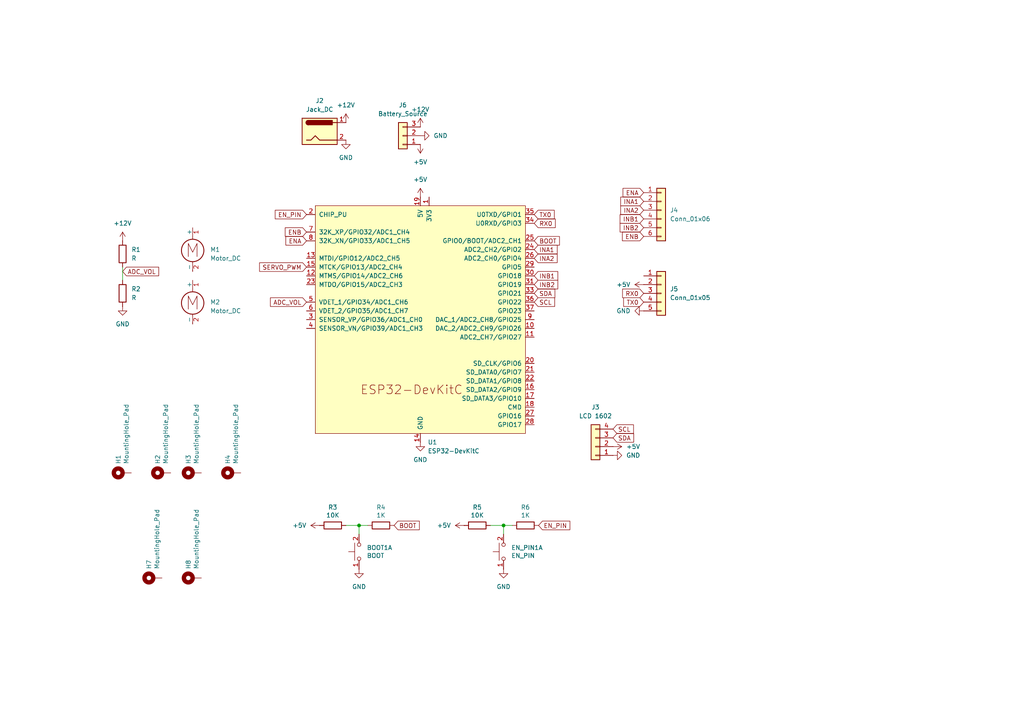
<source format=kicad_sch>
(kicad_sch (version 20250114) (generator "eeschema") (generator_version "9.0")
  (paper "A4")
  (lib_symbols
    (symbol "Connector:Barrel_Jack" (pin_names (offset 1.016))
      (property "Reference" "J" (at 0 5.334 0))
      (property "Value" "Barrel_Jack" (at 0 -5.08 0))
      (symbol "Barrel_Jack_0_1"
        (rectangle (start -5.08 3.81) (end 5.08 -3.81) (stroke (width 0.254)) (fill (type background)))
        (polyline (pts (xy -3.81 -2.54) (xy -2.54 -2.54) (xy -1.27 -1.27) (xy 0 -2.54) (xy 2.54 -2.54) (xy 5.08 -2.54)) (stroke (width 0.254)))
        (arc (start -3.302 1.905) (mid -3.9343 2.54) (end -3.302 3.175) (stroke (width 0.254)))
        (arc (start -3.302 1.905) (mid -3.9343 2.54) (end -3.302 3.175) (stroke (width 0.254)) (fill (type outline)))
        (rectangle (start 3.683 3.175) (end -3.302 1.905) (stroke (width 0.254)) (fill (type outline)))
        (polyline (pts (xy 5.08 2.54) (xy 3.81 2.54)) (stroke (width 0.254)))
      )
      (symbol "Barrel_Jack_1_1"
        (pin passive line (at 7.62 2.54 180) (length 2.54) (name "~") (number "1"))
        (pin passive line (at 7.62 -2.54 180) (length 2.54) (name "~") (number "2"))
      )
    )
    (symbol "Connector_Generic:Conn_01x03" (pin_names (offset 1.016) (hide yes))
      (property "Reference" "J" (at 0 5.08 0))
      (property "Value" "Conn_01x03" (at 0 -5.08 0))
      (symbol "Conn_01x03_1_1"
        (rectangle (start -1.27 3.81) (end 1.27 -3.81) (stroke (width 0.254)) (fill (type background)))
        (rectangle (start -1.27 2.667) (end 0 2.413) (stroke (width 0.1524)))
        (rectangle (start -1.27 0.127) (end 0 -0.127) (stroke (width 0.1524)))
        (rectangle (start -1.27 -2.413) (end 0 -2.667) (stroke (width 0.1524)))
        (pin passive line (at -5.08 2.54 0) (length 3.81) (name "Pin_1") (number "1"))
        (pin passive line (at -5.08 0 0) (length 3.81) (name "Pin_2") (number "2"))
        (pin passive line (at -5.08 -2.54 0) (length 3.81) (name "Pin_3") (number "3"))
      )
    )
    (symbol "Connector_Generic:Conn_01x04" (pin_names (offset 1.016) (hide yes))
      (property "Reference" "J" (at 0 5.08 0))
      (property "Value" "Conn_01x04" (at 0 -7.62 0))
      (symbol "Conn_01x04_1_1"
        (rectangle (start -1.27 3.81) (end 1.27 -6.35) (stroke (width 0.254)) (fill (type background)))
        (rectangle (start -1.27 2.667) (end 0 2.413) (stroke (width 0.1524)))
        (rectangle (start -1.27 0.127) (end 0 -0.127) (stroke (width 0.1524)))
        (rectangle (start -1.27 -2.413) (end 0 -2.667) (stroke (width 0.1524)))
        (rectangle (start -1.27 -4.953) (end 0 -5.207) (stroke (width 0.1524)))
        (pin passive line (at -5.08 2.54 0) (length 3.81) (name "Pin_1") (number "1"))
        (pin passive line (at -5.08 0 0) (length 3.81) (name "Pin_2") (number "2"))
        (pin passive line (at -5.08 -2.54 0) (length 3.81) (name "Pin_3") (number "3"))
        (pin passive line (at -5.08 -5.08 0) (length 3.81) (name "Pin_4") (number "4"))
      )
    )
    (symbol "Connector_Generic:Conn_01x05" (pin_names (offset 1.016) (hide yes))
      (property "Reference" "J" (at 0 7.62 0))
      (property "Value" "Conn_01x05" (at 0 -7.62 0))
      (symbol "Conn_01x05_1_1"
        (rectangle (start -1.27 6.35) (end 1.27 -6.35) (stroke (width 0.254)) (fill (type background)))
        (rectangle (start -1.27 5.207) (end 0 4.953) (stroke (width 0.1524)))
        (rectangle (start -1.27 2.667) (end 0 2.413) (stroke (width 0.1524)))
        (rectangle (start -1.27 0.127) (end 0 -0.127) (stroke (width 0.1524)))
        (rectangle (start -1.27 -2.413) (end 0 -2.667) (stroke (width 0.1524)))
        (rectangle (start -1.27 -4.953) (end 0 -5.207) (stroke (width 0.1524)))
        (pin passive line (at -5.08 5.08 0) (length 3.81) (name "Pin_1") (number "1"))
        (pin passive line (at -5.08 2.54 0) (length 3.81) (name "Pin_2") (number "2"))
        (pin passive line (at -5.08 0 0) (length 3.81) (name "Pin_3") (number "3"))
        (pin passive line (at -5.08 -2.54 0) (length 3.81) (name "Pin_4") (number "4"))
        (pin passive line (at -5.08 -5.08 0) (length 3.81) (name "Pin_5") (number "5"))
      )
    )
    (symbol "Connector_Generic:Conn_01x06" (pin_names (offset 1.016) (hide yes))
      (property "Reference" "J" (at 0 7.62 0))
      (property "Value" "Conn_01x06" (at 0 -10.16 0))
      (symbol "Conn_01x06_1_1"
        (rectangle (start -1.27 6.35) (end 1.27 -8.89) (stroke (width 0.254)) (fill (type background)))
        (rectangle (start -1.27 5.207) (end 0 4.953) (stroke (width 0.1524)))
        (rectangle (start -1.27 2.667) (end 0 2.413) (stroke (width 0.1524)))
        (rectangle (start -1.27 0.127) (end 0 -0.127) (stroke (width 0.1524)))
        (rectangle (start -1.27 -2.413) (end 0 -2.667) (stroke (width 0.1524)))
        (rectangle (start -1.27 -4.953) (end 0 -5.207) (stroke (width 0.1524)))
        (rectangle (start -1.27 -7.493) (end 0 -7.747) (stroke (width 0.1524)))
        (pin passive line (at -5.08 5.08 0) (length 3.81) (name "Pin_1") (number "1"))
        (pin passive line (at -5.08 2.54 0) (length 3.81) (name "Pin_2") (number "2"))
        (pin passive line (at -5.08 0 0) (length 3.81) (name "Pin_3") (number "3"))
        (pin passive line (at -5.08 -2.54 0) (length 3.81) (name "Pin_4") (number "4"))
        (pin passive line (at -5.08 -5.08 0) (length 3.81) (name "Pin_5") (number "5"))
        (pin passive line (at -5.08 -7.62 0) (length 3.81) (name "Pin_6") (number "6"))
      )
    )
    (symbol "Device:R" (pin_numbers (hide yes)) (pin_names (offset 0))
      (property "Reference" "R" (at 2.032 0 90))
      (property "Value" "R" (at 0 0 90))
      (symbol "R_0_1"
        (rectangle (start -1.016 -2.54) (end 1.016 2.54) (stroke (width 0.254)))
      )
      (symbol "R_1_1"
        (pin passive line (at 0 3.81 270) (length 1.27) (name "~") (number "1"))
        (pin passive line (at 0 -3.81 90) (length 1.27) (name "~") (number "2"))
      )
    )
    (symbol "ESP32:ESP32-DevKitC" (pin_names (offset 1.016))
      (property "Reference" "U" (at -30.48 38.1 0))
      (property "Value" "ESP32-DevKitC" (at -30.48 35.56 0))
      (symbol "ESP32-DevKitC_0_0"
        (text "ESP32-DevKitC" (at -2.54 -20.32 0) (effects (font (size 2.54 2.54))))
        (pin power_in line (at 0 35.56 270) (length 2.54) (name "5V") (number "19"))
        (pin power_in line (at 0 -35.56 90) (length 2.54) (name "GND") (number "14"))
      )
      (symbol "ESP32-DevKitC_0_1"
        (rectangle (start -30.48 33.02) (end 30.48 -33.02) (fill (type background)))
      )
      (symbol "ESP32-DevKitC_1_1"
        (pin input line (at -33.02 30.48 0) (length 2.54) (name "CHIP_PU") (number "2"))
        (pin bidirectional line (at -33.02 25.4 0) (length 2.54) (name "32K_XP/GPIO32/ADC1_CH4") (number "7"))
        (pin bidirectional line (at -33.02 22.86 0) (length 2.54) (name "32K_XN/GPIO33/ADC1_CH5") (number "8"))
        (pin bidirectional line (at -33.02 17.78 0) (length 2.54) (name "MTDI/GPIO12/ADC2_CH5") (number "13"))
        (pin bidirectional line (at -33.02 15.24 0) (length 2.54) (name "MTCK/GPIO13/ADC2_CH4") (number "15"))
        (pin bidirectional line (at -33.02 12.7 0) (length 2.54) (name "MTMS/GPIO14/ADC2_CH6") (number "12"))
        (pin bidirectional line (at -33.02 10.16 0) (length 2.54) (name "MTDO/GPIO15/ADC2_CH3") (number "23"))
        (pin input line (at -33.02 5.08 0) (length 2.54) (name "VDET_1/GPIO34/ADC1_CH6") (number "5"))
        (pin input line (at -33.02 2.54 0) (length 2.54) (name "VDET_2/GPIO35/ADC1_CH7") (number "6"))
        (pin input line (at -33.02 0 0) (length 2.54) (name "SENSOR_VP/GPIO36/ADC1_CH0") (number "3"))
        (pin input line (at -33.02 -2.54 0) (length 2.54) (name "SENSOR_VN/GPIO39/ADC1_CH3") (number "4"))
        (pin passive line (at 0 -35.56 90) (length 2.54) (hide yes) (name "GND") (number "32"))
        (pin passive line (at 0 -35.56 90) (length 2.54) (hide yes) (name "GND") (number "38"))
        (pin power_in line (at 2.54 35.56 270) (length 2.54) (name "3V3") (number "1"))
        (pin bidirectional line (at 33.02 30.48 180) (length 2.54) (name "U0TXD/GPIO1") (number "35"))
        (pin bidirectional line (at 33.02 27.94 180) (length 2.54) (name "U0RXD/GPIO3") (number "34"))
        (pin bidirectional line (at 33.02 22.86 180) (length 2.54) (name "GPIO0/BOOT/ADC2_CH1") (number "25"))
        (pin bidirectional line (at 33.02 20.32 180) (length 2.54) (name "ADC2_CH2/GPIO2") (number "24"))
        (pin bidirectional line (at 33.02 17.78 180) (length 2.54) (name "ADC2_CH0/GPIO4") (number "26"))
        (pin bidirectional line (at 33.02 15.24 180) (length 2.54) (name "GPIO5") (number "29"))
        (pin bidirectional line (at 33.02 12.7 180) (length 2.54) (name "GPIO18") (number "30"))
        (pin bidirectional line (at 33.02 10.16 180) (length 2.54) (name "GPIO19") (number "31"))
        (pin bidirectional line (at 33.02 7.62 180) (length 2.54) (name "GPIO21") (number "33"))
        (pin bidirectional line (at 33.02 5.08 180) (length 2.54) (name "GPIO22") (number "36"))
        (pin bidirectional line (at 33.02 2.54 180) (length 2.54) (name "GPIO23") (number "37"))
        (pin bidirectional line (at 33.02 0 180) (length 2.54) (name "DAC_1/ADC2_CH8/GPIO25") (number "9"))
        (pin bidirectional line (at 33.02 -2.54 180) (length 2.54) (name "DAC_2/ADC2_CH9/GPIO26") (number "10"))
        (pin bidirectional line (at 33.02 -5.08 180) (length 2.54) (name "ADC2_CH7/GPIO27") (number "11"))
        (pin bidirectional line (at 33.02 -12.7 180) (length 2.54) (name "SD_CLK/GPIO6") (number "20"))
        (pin bidirectional line (at 33.02 -15.24 180) (length 2.54) (name "SD_DATA0/GPIO7") (number "21"))
        (pin bidirectional line (at 33.02 -17.78 180) (length 2.54) (name "SD_DATA1/GPIO8") (number "22"))
        (pin bidirectional line (at 33.02 -20.32 180) (length 2.54) (name "SD_DATA2/GPIO9") (number "16"))
        (pin bidirectional line (at 33.02 -22.86 180) (length 2.54) (name "SD_DATA3/GPIO10") (number "17"))
        (pin bidirectional line (at 33.02 -25.4 180) (length 2.54) (name "CMD") (number "18"))
        (pin bidirectional line (at 33.02 -27.94 180) (length 2.54) (name "GPIO16") (number "27"))
        (pin bidirectional line (at 33.02 -30.48 180) (length 2.54) (name "GPIO17") (number "28"))
      )
    )
    (symbol "Mechanical:MountingHole_Pad" (pin_numbers (hide yes)) (pin_names (offset 1.016) (hide yes))
      (property "Reference" "H" (at 0 6.35 0))
      (property "Value" "MountingHole_Pad" (at 0 4.445 0))
      (symbol "MountingHole_Pad_0_1"
        (circle (center 0 1.27) (radius 1.27) (stroke (width 1.27)))
      )
      (symbol "MountingHole_Pad_1_1"
        (pin input line (at 0 -2.54 90) (length 2.54) (name "1") (number "1"))
      )
    )
    (symbol "Motor:Motor_DC" (pin_names (offset 0))
      (property "Reference" "M" (at 2.54 2.54 0))
      (property "Value" "Motor_DC" (at 2.54 -5.08 0))
      (symbol "Motor_DC_0_0"
        (polyline (pts (xy -1.27 -3.302) (xy -1.27 0.508) (xy 0 -2.032) (xy 1.27 0.508) (xy 1.27 -3.302)))
      )
      (symbol "Motor_DC_0_1"
        (polyline (pts (xy 0 2.032) (xy 0 2.54)))
        (polyline (pts (xy 0 1.7272) (xy 0 2.0828)))
        (circle (center 0 -1.524) (radius 3.2512) (stroke (width 0.254)))
        (polyline (pts (xy 0 -4.7752) (xy 0 -5.1816)))
        (polyline (pts (xy 0 -7.62) (xy 0 -7.112)))
      )
      (symbol "Motor_DC_1_1"
        (pin passive line (at 0 5.08 270) (length 2.54) (name "+") (number "1"))
        (pin passive line (at 0 -7.62 90) (length 2.54) (name "-") (number "2"))
      )
    )
    (symbol "Switch:SW_Push_Dual_x2" (pin_names (offset 1.016) (hide yes))
      (property "Reference" "SW" (at 1.27 2.54 0))
      (property "Value" "SW_Push_Dual_x2" (at 0 -1.524 0))
      (symbol "SW_Push_Dual_x2_0_1"
        (circle (center -2.032 0) (radius 0.508))
        (polyline (pts (xy 0 1.27) (xy 0 3.048)))
        (circle (center 2.032 0) (radius 0.508))
        (polyline (pts (xy 2.54 1.27) (xy -2.54 1.27)))
      )
      (symbol "SW_Push_Dual_x2_1_1"
        (pin passive line (at -5.08 0 0) (length 2.54) (name "C") (number "1"))
        (pin passive line (at 5.08 0 180) (length 2.54) (name "D") (number "2"))
      )
      (symbol "SW_Push_Dual_x2_2_1"
        (pin passive line (at -5.08 0 0) (length 2.54) (name "C") (number "3"))
        (pin passive line (at 5.08 0 180) (length 2.54) (name "D") (number "4"))
      )
    )
    (symbol "power:+12V" (power) (pin_numbers (hide yes)) (pin_names (offset 0) (hide yes))
      (property "Value" "+12V" (at 0 3.556 0))
      (symbol "+12V_0_1"
        (polyline (pts (xy -0.762 1.27) (xy 0 2.54)))
        (polyline (pts (xy 0 2.54) (xy 0.762 1.27)))
        (polyline (pts (xy 0 0) (xy 0 2.54)))
      )
      (symbol "+12V_1_1"
        (pin power_in line (at 0 0 90) (length 0) (name "~") (number "1"))
      )
    )
    (symbol "power:+5V" (power) (pin_numbers (hide yes)) (pin_names (offset 0) (hide yes))
      (property "Value" "+5V" (at 0 3.556 0))
      (symbol "+5V_0_1"
        (polyline (pts (xy -0.762 1.27) (xy 0 2.54)))
        (polyline (pts (xy 0 2.54) (xy 0.762 1.27)))
        (polyline (pts (xy 0 0) (xy 0 2.54)))
      )
      (symbol "+5V_1_1"
        (pin power_in line (at 0 0 90) (length 0) (name "~") (number "1"))
      )
    )
    (symbol "power:GND" (power) (pin_numbers (hide yes)) (pin_names (offset 0) (hide yes))
      (property "Value" "GND" (at 0 -3.81 0))
      (symbol "GND_0_1"
        (polyline (pts (xy 0 0) (xy 0 -1.27) (xy 1.27 -1.27) (xy 0 -2.54) (xy -1.27 -1.27) (xy 0 -1.27)))
      )
      (symbol "GND_1_1"
        (pin power_in line (at 0 0 270) (length 0) (name "~") (number "1"))
      )
    )
  )
  (junction (at 104.14 152.4))
  (junction (at 146.05 152.4))
  (wire (pts (xy 100.33 152.4) (xy 104.14 152.4)))
  (wire (pts (xy 35.56 77.47) (xy 35.56 81.28)))
  (wire (pts (xy 142.24 152.4) (xy 146.05 152.4)))
  (wire (pts (xy 146.05 152.4) (xy 146.05 154.94)))
  (wire (pts (xy 104.14 152.4) (xy 104.14 154.94)))
  (wire (pts (xy 146.05 152.4) (xy 148.59 152.4)))
  (wire (pts (xy 104.14 152.4) (xy 106.68 152.4)))
  (global_label "INB1" (shape input) (at 154.94 80.01 0) (property "Intersheetrefs" "${INTERSHEET_REFS}" (effects (hide yes))))
  (global_label "RX0" (shape input) (at 186.69 85.09 180) (property "Intersheetrefs" "${INTERSHEET_REFS}" (effects (hide yes))))
  (global_label "ENA" (shape input) (at 88.9 69.85 180) (property "Intersheetrefs" "${INTERSHEET_REFS}" (effects (hide yes))))
  (global_label "SCL" (shape input) (at 177.8 124.46 0) (property "Intersheetrefs" "${INTERSHEET_REFS}" (effects (hide yes))))
  (global_label "ENB" (shape input) (at 88.9 67.31 180) (property "Intersheetrefs" "${INTERSHEET_REFS}" (effects (hide yes))))
  (global_label "INA2" (shape input) (at 186.69 60.96 180) (property "Intersheetrefs" "${INTERSHEET_REFS}" (effects (hide yes))))
  (global_label "SDA" (shape input) (at 154.94 85.09 0) (property "Intersheetrefs" "${INTERSHEET_REFS}" (effects (hide yes))))
  (global_label "SDA" (shape input) (at 177.8 127 0) (property "Intersheetrefs" "${INTERSHEET_REFS}" (effects (hide yes))))
  (global_label "BOOT" (shape input) (at 154.94 69.85 0) (property "Intersheetrefs" "${INTERSHEET_REFS}" (effects (hide yes))))
  (global_label "ADC_VOL" (shape input) (at 88.9 87.63 180) (property "Intersheetrefs" "${INTERSHEET_REFS}" (effects (hide yes))))
  (global_label "INB2" (shape input) (at 154.94 82.55 0) (property "Intersheetrefs" "${INTERSHEET_REFS}" (effects (hide yes))))
  (global_label "EN_PIN" (shape input) (at 156.21 152.4 0) (property "Intersheetrefs" "${INTERSHEET_REFS}" (effects (hide yes))))
  (global_label "EN_PIN" (shape input) (at 88.9 62.23 180) (property "Intersheetrefs" "${INTERSHEET_REFS}" (effects (hide yes))))
  (global_label "BOOT" (shape input) (at 114.3 152.4 0) (property "Intersheetrefs" "${INTERSHEET_REFS}" (effects (hide yes))))
  (global_label "ENA" (shape input) (at 186.69 55.88 180) (property "Intersheetrefs" "${INTERSHEET_REFS}" (effects (hide yes))))
  (global_label "TX0" (shape input) (at 186.69 87.63 180) (property "Intersheetrefs" "${INTERSHEET_REFS}" (effects (hide yes))))
  (global_label "INB2" (shape input) (at 186.69 66.04 180) (property "Intersheetrefs" "${INTERSHEET_REFS}" (effects (hide yes))))
  (global_label "SCL" (shape input) (at 154.94 87.63 0) (property "Intersheetrefs" "${INTERSHEET_REFS}" (effects (hide yes))))
  (global_label "INA1" (shape input) (at 154.94 72.39 0) (property "Intersheetrefs" "${INTERSHEET_REFS}" (effects (hide yes))))
  (global_label "ADC_VOL" (shape input) (at 35.56 78.74 0) (property "Intersheetrefs" "${INTERSHEET_REFS}" (effects (hide yes))))
  (global_label "INB1" (shape input) (at 186.69 63.5 180) (property "Intersheetrefs" "${INTERSHEET_REFS}" (effects (hide yes))))
  (global_label "INA1" (shape input) (at 186.69 58.42 180) (property "Intersheetrefs" "${INTERSHEET_REFS}" (effects (hide yes))))
  (global_label "SERVO_PWM" (shape input) (at 88.9 77.47 180) (property "Intersheetrefs" "${INTERSHEET_REFS}" (effects (hide yes))))
  (global_label "INA2" (shape input) (at 154.94 74.93 0) (property "Intersheetrefs" "${INTERSHEET_REFS}" (effects (hide yes))))
  (global_label "RX0" (shape input) (at 154.94 64.77 0) (property "Intersheetrefs" "${INTERSHEET_REFS}" (effects (hide yes))))
  (global_label "TX0" (shape input) (at 154.94 62.23 0) (property "Intersheetrefs" "${INTERSHEET_REFS}" (effects (hide yes))))
  (global_label "ENB" (shape input) (at 186.69 68.58 180) (property "Intersheetrefs" "${INTERSHEET_REFS}" (effects (hide yes))))
  (symbol (lib_id "Mechanical:MountingHole_Pad") (at 35.56 137.16 90) (unit 1) (in_bom no)
    (property "Reference" "H1" (at 34.3154 134.62 0) (effects (justify left)))
    (property "Value" "MountingHole_Pad" (at 36.6268 134.62 0) (effects (justify left)))
    (property "Footprint" "MountingHole:MountingHole_3mm_Pad" (effects (hide yes)))
  )
  (symbol (lib_id "Mechanical:MountingHole_Pad") (at 46.99 137.16 90) (unit 1) (in_bom no)
    (property "Reference" "H2" (at 45.7454 134.62 0) (effects (justify left)))
    (property "Value" "MountingHole_Pad" (at 48.0568 134.62 0) (effects (justify left)))
    (property "Footprint" "MountingHole:MountingHole_3mm_Pad" (effects (hide yes)))
  )
  (symbol (lib_id "Mechanical:MountingHole_Pad") (at 55.88 137.16 90) (unit 1) (in_bom no)
    (property "Reference" "H3" (at 54.6354 134.62 0) (effects (justify left)))
    (property "Value" "MountingHole_Pad" (at 56.9468 134.62 0) (effects (justify left)))
    (property "Footprint" "MountingHole:MountingHole_3mm_Pad" (effects (hide yes)))
  )
  (symbol (lib_id "Mechanical:MountingHole_Pad") (at 67.31 137.16 90) (unit 1) (in_bom no)
    (property "Reference" "H4" (at 66.0654 134.62 0) (effects (justify left)))
    (property "Value" "MountingHole_Pad" (at 68.3768 134.62 0) (effects (justify left)))
    (property "Footprint" "MountingHole:MountingHole_3mm_Pad" (effects (hide yes)))
  )
  (symbol (lib_id "power:GND") (at 35.56 88.9 0) (unit 1)
    (property "Reference" "#PWR09" (effects (hide yes)))
    (property "Value" "GND" (at 35.56 93.98 0))
    (property "Description" "Power symbol creates a global label with name \"GND\" , ground" (effects (hide yes)))
  )
  (symbol (lib_id "power:+5V") (at 92.71 152.4 90) (unit 1)
    (property "Reference" "#PWR013" (effects (hide yes)))
    (property "Value" "+5V" (at 88.9 152.3999 90) (effects (justify left)))
    (property "Description" "Power symbol creates a global label with name \"+5V\"" (effects (hide yes)))
  )
  (symbol (lib_id "power:+5V") (at 121.92 41.91 180) (unit 1)
    (property "Reference" "#PWR05" (effects (hide yes)))
    (property "Value" "+5V" (at 121.92 46.99 0))
    (property "Description" "Power symbol creates a global label with name \"+5V\"" (effects (hide yes)))
  )
  (symbol (lib_id "power:GND") (at 146.05 165.1 0) (unit 1)
    (property "Reference" "#PWR017" (effects (hide yes)))
    (property "Value" "GND" (at 146.05 170.18 0))
    (property "Description" "Power symbol creates a global label with name \"GND\" , ground" (effects (hide yes)))
  )
  (symbol (lib_id "power:+5V") (at 134.62 152.4 90) (unit 1)
    (property "Reference" "#PWR016" (effects (hide yes)))
    (property "Value" "+5V" (at 130.81 152.3999 90) (effects (justify left)))
    (property "Description" "Power symbol creates a global label with name \"+5V\"" (effects (hide yes)))
  )
  (symbol (lib_id "power:GND") (at 186.69 90.17 270) (unit 1)
    (property "Reference" "#PWR015" (effects (hide yes)))
    (property "Value" "GND" (at 182.88 90.1699 90) (effects (justify right)))
    (property "Description" "Power symbol creates a global label with name \"GND\" , ground" (effects (hide yes)))
  )
  (symbol (lib_id "Mechanical:MountingHole_Pad") (at 55.88 167.64 90) (unit 1) (in_bom no)
    (property "Reference" "H8" (at 54.6354 165.1 0) (effects (justify left)))
    (property "Value" "MountingHole_Pad" (at 56.9468 165.1 0) (effects (justify left)))
    (property "Footprint" "MountingHole:MountingHole_4.3mm_M4_ISO7380_Pad" (effects (hide yes)))
  )
  (symbol (lib_id "power:+5V") (at 186.69 82.55 90) (unit 1)
    (property "Reference" "#PWR014" (effects (hide yes)))
    (property "Value" "+5V" (at 182.88 82.5499 90) (effects (justify left)))
    (property "Description" "Power symbol creates a global label with name \"+5V\"" (effects (hide yes)))
  )
  (symbol (lib_id "Device:R") (at 35.56 85.09 0) (unit 1)
    (property "Reference" "R2" (at 38.1 83.8199 0) (effects (justify left)))
    (property "Value" "R" (at 38.1 86.3599 0) (effects (justify left)))
    (property "Footprint" "Resistor_SMD:R_0805_2012Metric" (effects (hide yes)))
    (property "Description" "Resistor" (effects (hide yes)))
  )
  (symbol (lib_id "power:+5V") (at 177.8 129.54 270) (unit 1)
    (property "Reference" "#PWR010" (effects (hide yes)))
    (property "Value" "+5V" (at 181.61 129.5399 90) (effects (justify left)))
    (property "Description" "Power symbol creates a global label with name \"+5V\"" (effects (hide yes)))
  )
  (symbol (lib_id "Connector_Generic:Conn_01x06") (at 191.77 60.96 0) (unit 1)
    (property "Reference" "J4" (at 194.31 60.9599 0) (effects (justify left)))
    (property "Value" "Conn_01x06" (at 194.31 63.4999 0) (effects (justify left)))
    (property "Footprint" "Connector_PinHeader_2.54mm:PinHeader_1x06_P2.54mm_Vertical" (effects (hide yes)))
    (property "Description" "Generic connector, single row, 01x06, script generated (kicad-library-utils/schlib/autogen/connector/)" (effects (hide yes)))
  )
  (symbol (lib_id "Device:R") (at 110.49 152.4 270) (unit 1)
    (property "Reference" "R4" (at 110.49 147.1422 90))
    (property "Value" "1K" (at 110.49 149.4536 90))
    (property "Footprint" "Resistor_SMD:R_0805_2012Metric" (effects (hide yes)))
  )
  (symbol (lib_id "power:+5V") (at 121.92 57.15 0) (unit 1)
    (property "Reference" "#PWR06" (effects (hide yes)))
    (property "Value" "+5V" (at 121.92 52.07 0))
    (property "Description" "Power symbol creates a global label with name \"+5V\"" (effects (hide yes)))
  )
  (symbol (lib_id "Device:R") (at 96.52 152.4 270) (unit 1)
    (property "Reference" "R3" (at 96.52 147.1422 90))
    (property "Value" "10K" (at 96.52 149.4536 90))
    (property "Footprint" "Resistor_SMD:R_0805_2012Metric" (effects (hide yes)))
  )
  (symbol (lib_id "power:GND") (at 121.92 39.37 90) (unit 1)
    (property "Reference" "#PWR04" (effects (hide yes)))
    (property "Value" "GND" (at 125.73 39.3699 90) (effects (justify right)))
    (property "Description" "Power symbol creates a global label with name \"GND\" , ground" (effects (hide yes)))
  )
  (symbol (lib_id "Device:R") (at 35.56 73.66 0) (unit 1)
    (property "Reference" "R1" (at 38.1 72.3899 0) (effects (justify left)))
    (property "Value" "R" (at 38.1 74.9299 0) (effects (justify left)))
    (property "Footprint" "Resistor_SMD:R_0805_2012Metric" (effects (hide yes)))
    (property "Description" "Resistor" (effects (hide yes)))
  )
  (symbol (lib_id "power:GND") (at 121.92 128.27 0) (unit 1)
    (property "Reference" "#PWR07" (effects (hide yes)))
    (property "Value" "GND" (at 121.92 133.35 0))
    (property "Description" "Power symbol creates a global label with name \"GND\" , ground" (effects (hide yes)))
  )
  (symbol (lib_id "power:GND") (at 177.8 132.08 90) (unit 1)
    (property "Reference" "#PWR011" (effects (hide yes)))
    (property "Value" "GND" (at 181.61 132.0799 90) (effects (justify right)))
    (property "Description" "Power symbol creates a global label with name \"GND\" , ground" (effects (hide yes)))
  )
  (symbol (lib_id "power:+12V") (at 100.33 35.56 0) (unit 1)
    (property "Reference" "#PWR02" (effects (hide yes)))
    (property "Value" "+12V" (at 100.33 30.48 0))
    (property "Description" "Power symbol creates a global label with name \"+12V\"" (effects (hide yes)))
  )
  (symbol (lib_id "Device:R") (at 152.4 152.4 270) (unit 1)
    (property "Reference" "R6" (at 152.4 147.1422 90))
    (property "Value" "1K" (at 152.4 149.4536 90))
    (property "Footprint" "Resistor_SMD:R_0805_2012Metric" (effects (hide yes)))
  )
  (symbol (lib_id "power:+12V") (at 35.56 69.85 0) (unit 1)
    (property "Reference" "#PWR08" (effects (hide yes)))
    (property "Value" "+12V" (at 35.56 64.77 0))
    (property "Description" "Power symbol creates a global label with name \"+12V\"" (effects (hide yes)))
  )
  (symbol (lib_id "Mechanical:MountingHole_Pad") (at 44.45 167.64 90) (unit 1) (in_bom no)
    (property "Reference" "H7" (at 43.2054 165.1 0) (effects (justify left)))
    (property "Value" "MountingHole_Pad" (at 45.5168 165.1 0) (effects (justify left)))
    (property "Footprint" "MountingHole:MountingHole_4.3mm_M4_ISO7380_Pad" (effects (hide yes)))
  )
  (symbol (lib_id "power:+12V") (at 121.92 36.83 0) (unit 1)
    (property "Reference" "#PWR03" (effects (hide yes)))
    (property "Value" "+12V" (at 121.92 31.75 0))
    (property "Description" "Power symbol creates a global label with name \"+12V\"" (effects (hide yes)))
  )
  (symbol (lib_id "Switch:SW_Push_Dual_x2") (at 146.05 160.02 90) (unit 1)
    (property "Reference" "EN_PIN1" (at 148.2852 158.8516 90) (effects (justify right)))
    (property "Value" "EN_PIN" (at 148.2852 161.163 90) (effects (justify right)))
    (property "Footprint" "Button_Switch_THT:SW_PUSH_6mm_H5mm" (effects (hide yes)))
  )
  (symbol (lib_id "Connector:Barrel_Jack") (at 92.71 38.1 0) (unit 1)
    (property "Reference" "J2" (at 92.71 29.21 0))
    (property "Value" "Jack_DC" (at 92.71 31.75 0))
    (property "Footprint" "Connector_BarrelJack:BarrelJack_GCT_DCJ200-10-A_Horizontal" (effects (hide yes)))
    (property "Description" "DC Barrel Jack" (effects (hide yes)))
  )
  (symbol (lib_id "Motor:Motor_DC") (at 55.88 86.36 0) (unit 1)
    (property "Reference" "M2" (at 60.96 87.6299 0) (effects (justify left)))
    (property "Value" "Motor_DC" (at 60.96 90.1699 0) (effects (justify left)))
    (property "Description" "DC Motor" (effects (hide yes)))
  )
  (symbol (lib_id "Device:R") (at 138.43 152.4 270) (unit 1)
    (property "Reference" "R5" (at 138.43 147.1422 90))
    (property "Value" "10K" (at 138.43 149.4536 90))
    (property "Footprint" "Resistor_SMD:R_0805_2012Metric" (effects (hide yes)))
  )
  (symbol (lib_id "power:GND") (at 104.14 165.1 0) (unit 1)
    (property "Reference" "#PWR012" (effects (hide yes)))
    (property "Value" "GND" (at 104.14 170.18 0))
    (property "Description" "Power symbol creates a global label with name \"GND\" , ground" (effects (hide yes)))
  )
  (symbol (lib_id "Switch:SW_Push_Dual_x2") (at 104.14 160.02 90) (unit 1)
    (property "Reference" "BOOT1" (at 106.3752 158.8516 90) (effects (justify right)))
    (property "Value" "BOOT" (at 106.3752 161.163 90) (effects (justify right)))
    (property "Footprint" "Button_Switch_THT:SW_PUSH_6mm_H5mm" (effects (hide yes)))
  )
  (symbol (lib_id "power:GND") (at 100.33 40.64 0) (unit 1)
    (property "Reference" "#PWR01" (effects (hide yes)))
    (property "Value" "GND" (at 100.33 45.72 0))
    (property "Description" "Power symbol creates a global label with name \"GND\" , ground" (effects (hide yes)))
  )
  (symbol (lib_id "Motor:Motor_DC") (at 55.88 71.12 0) (unit 1)
    (property "Reference" "M1" (at 60.96 72.3899 0) (effects (justify left)))
    (property "Value" "Motor_DC" (at 60.96 74.9299 0) (effects (justify left)))
    (property "Description" "DC Motor" (effects (hide yes)))
  )
  (symbol (lib_id "ESP32:ESP32-DevKitC") (at 121.92 92.71 0) (unit 1)
    (property "Reference" "U1" (at 124.0633 128.27 0) (effects (justify left)))
    (property "Value" "ESP32-DevKitC" (at 124.0633 130.81 0) (effects (justify left)))
    (property "Footprint" "RF_Module:ESP32-WROOM-32U" (effects (hide yes)))
    (property "Datasheet" "https://docs.espressif.com/projects/esp-idf/zh_CN/latest/esp32/hw-reference/esp32/get-started-devkitc.html" (effects (hide yes)))
    (property "Description" "Development Kit" (effects (hide yes)))
  )
  (symbol (lib_id "Connector_Generic:Conn_01x04") (at 172.72 129.54 180) (unit 1)
    (property "Reference" "J3" (at 172.72 118.11 0))
    (property "Value" "LCD 1602" (at 172.72 120.65 0))
    (property "Footprint" "Connector_PinHeader_2.54mm:PinHeader_1x04_P2.54mm_Vertical" (effects (hide yes)))
    (property "Description" "Generic connector, single row, 01x04, script generated (kicad-library-utils/schlib/autogen/connector/)" (effects (hide yes)))
  )
  (symbol (lib_id "Connector_Generic:Conn_01x03") (at 116.84 39.37 180) (unit 1)
    (property "Reference" "J6" (at 116.84 30.48 0))
    (property "Value" "Battery_Source" (at 116.84 33.02 0))
    (property "Footprint" "Connector_PinHeader_2.54mm:PinHeader_1x03_P2.54mm_Vertical" (effects (hide yes)))
    (property "Description" "Generic connector, single row, 01x03, script generated (kicad-library-utils/schlib/autogen/connector/)" (effects (hide yes)))
  )
  (symbol (lib_id "Connector_Generic:Conn_01x05") (at 191.77 85.09 0) (unit 1)
    (property "Reference" "J5" (at 194.31 83.8199 0) (effects (justify left)))
    (property "Value" "Conn_01x05" (at 194.31 86.3599 0) (effects (justify left)))
    (property "Footprint" "Connector_PinHeader_2.54mm:PinHeader_1x05_P2.54mm_Vertical" (effects (hide yes)))
    (property "Description" "Generic connector, single row, 01x05, script generated (kicad-library-utils/schlib/autogen/connector/)" (effects (hide yes)))
  )
)
</source>
